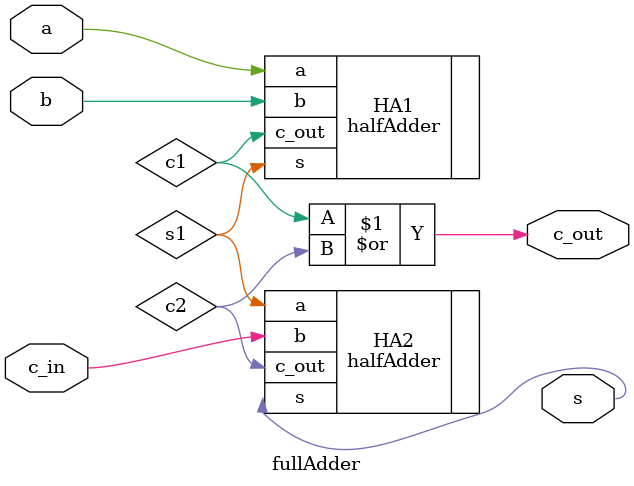
<source format=v>

module fullAdder (
   input a,
   input b,
   input c_in,
   output s,
   output c_out   
);

wire s1, c1, c2;
halfAdder HA1 (.a(a), .b(b), .c_out(c1), .s(s1));
halfAdder HA2 (.a(s1), .b(c_in), .s(s), .c_out(c2));

assign c_out = c1 | c2;
   
endmodule
</source>
